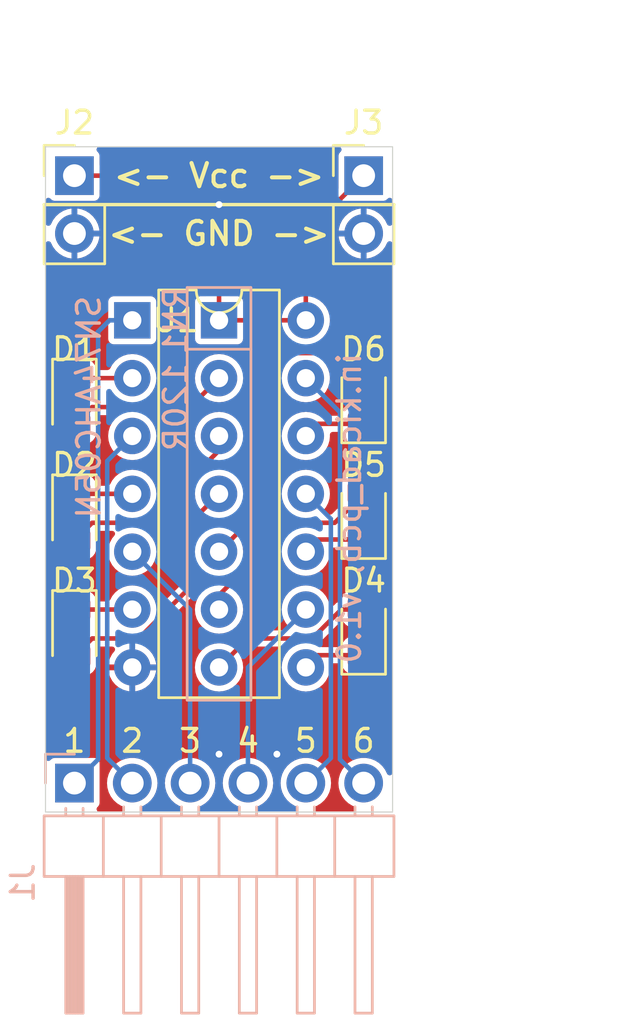
<source format=kicad_pcb>
(kicad_pcb (version 20240108) (generator "pcbnew") (generator_version "8.0")
  (title_block (title "Hex Inverter 6-LED Driver") (date "2024-05-27") (rev "v1.0"))
  (layers (0 "F.Cu" signal) (31 "B.Cu" signal) (34 "B.Paste" user) (35 "F.Paste" user) (36 "B.SilkS" user "B.Silkscreen") (37 "F.SilkS" user "F.Silkscreen") (38 "B.Mask" user) (39 "F.Mask" user) (44 "Edge.Cuts" user))
  (net 0 "")
  (net 1 "Net-(D1-A)")
  (net 2 "/LED1")
  (net 3 "Net-(D2-A)")
  (net 4 "/LED2")
  (net 5 "/LED3")
  (net 6 "Net-(D3-A)")
  (net 7 "/LED4")
  (net 8 "Net-(D4-A)")
  (net 9 "/LED5")
  (net 10 "Net-(D5-A)")
  (net 11 "/LED6")
  (net 12 "Net-(D6-A)")
  (net 13 "+3.3V")
  (net 14 "/IN1")
  (net 15 "/IN6")
  (net 16 "/IN4")
  (net 17 "/IN5")
  (net 18 "/IN3")
  (net 19 "GND")
  (net 20 "/IN2")
  (footprint "LED_SMD:LED_0805_2012Metric_Pad1.15x1.40mm_HandSolder" (layer "F.Cu") (at 139.7 112.74 90)
    (property "Reference" "D5" (at 2.25 0 0) (layer "F.SilkS"))
    (property "Value" "LED")
    (fp_line (start 1 -0.96) (end -1.86 -0.96) (stroke (width 0.12)) (layer "F.SilkS"))
    (fp_line (start -1.86 -0.96) (end -1.86 0.96) (stroke (width 0.12)) (layer "F.SilkS"))
    (fp_line (start -1.86 0.96) (end 1 0.96) (stroke (width 0.12)) (layer "F.SilkS"))
    (pad "1" smd roundrect (at -1.025 0 90) (size 1.15 1.4) (layers "F.Cu" "F.Paste" "F.Mask") (roundrect_rratio 0.217391) (net 9 "/LED5"))
    (pad "2" smd roundrect (at 1.025 0 90) (size 1.15 1.4) (layers "F.Cu" "F.Paste" "F.Mask") (roundrect_rratio 0.217391) (net 10 "Net-(D5-A)"))
  )
  (footprint "LED_SMD:LED_0805_2012Metric_Pad1.15x1.40mm_HandSolder" (layer "F.Cu") (at 127 107.705 -90)
    (property "Reference" "D1" (at -2.295001 -0.000001 0) (layer "F.SilkS"))
    (property "Value" "LED")
    (fp_line (start -1.86 0.96) (end 1 0.96) (stroke (width 0.12)) (layer "F.SilkS"))
    (fp_line (start -1.86 -0.96) (end -1.86 0.96) (stroke (width 0.12)) (layer "F.SilkS"))
    (fp_line (start 1 -0.96) (end -1.86 -0.96) (stroke (width 0.12)) (layer "F.SilkS"))
    (pad "1" smd roundrect (at -1.025 0 270) (size 1.15 1.4) (layers "F.Cu" "F.Paste" "F.Mask") (roundrect_rratio 0.217391) (net 2 "/LED1"))
    (pad "2" smd roundrect (at 1.025 0 270) (size 1.15 1.4) (layers "F.Cu" "F.Paste" "F.Mask") (roundrect_rratio 0.217391) (net 1 "Net-(D1-A)"))
  )
  (footprint "LED_SMD:LED_0805_2012Metric_Pad1.15x1.40mm_HandSolder" (layer "F.Cu") (at 139.7 117.82 90)
    (property "Reference" "D4" (at 2.25 0 0) (layer "F.SilkS"))
    (property "Value" "LED")
    (fp_line (start 1 -0.96) (end -1.86 -0.96) (stroke (width 0.12)) (layer "F.SilkS"))
    (fp_line (start -1.86 -0.96) (end -1.86 0.96) (stroke (width 0.12)) (layer "F.SilkS"))
    (fp_line (start -1.86 0.96) (end 1 0.96) (stroke (width 0.12)) (layer "F.SilkS"))
    (pad "1" smd roundrect (at -1.025 0 90) (size 1.15 1.4) (layers "F.Cu" "F.Paste" "F.Mask") (roundrect_rratio 0.217391) (net 7 "/LED4"))
    (pad "2" smd roundrect (at 1.025 0 90) (size 1.15 1.4) (layers "F.Cu" "F.Paste" "F.Mask") (roundrect_rratio 0.217391) (net 8 "Net-(D4-A)"))
  )
  (footprint "LED_SMD:LED_0805_2012Metric_Pad1.15x1.40mm_HandSolder" (layer "F.Cu") (at 127 112.785 -90)
    (property "Reference" "D2" (at -2.295001 -0.000001 180) (layer "F.SilkS"))
    (property "Value" "LED")
    (fp_line (start -1.86 0.96) (end 1 0.96) (stroke (width 0.12)) (layer "F.SilkS"))
    (fp_line (start -1.86 -0.96) (end -1.86 0.96) (stroke (width 0.12)) (layer "F.SilkS"))
    (fp_line (start 1 -0.96) (end -1.86 -0.96) (stroke (width 0.12)) (layer "F.SilkS"))
    (pad "1" smd roundrect (at -1.025 0 270) (size 1.15 1.4) (layers "F.Cu" "F.Paste" "F.Mask") (roundrect_rratio 0.217391) (net 4 "/LED2"))
    (pad "2" smd roundrect (at 1.025 0 270) (size 1.15 1.4) (layers "F.Cu" "F.Paste" "F.Mask") (roundrect_rratio 0.217391) (net 3 "Net-(D2-A)"))
  )
  (footprint "LED_SMD:LED_0805_2012Metric_Pad1.15x1.40mm_HandSolder" (layer "F.Cu") (at 127 117.865 -90)
    (property "Reference" "D3" (at -2.295001 -0.000001 180) (layer "F.SilkS"))
    (property "Value" "LED")
    (fp_line (start -1.86 0.96) (end 1 0.96) (stroke (width 0.12)) (layer "F.SilkS"))
    (fp_line (start -1.86 -0.96) (end -1.86 0.96) (stroke (width 0.12)) (layer "F.SilkS"))
    (fp_line (start 1 -0.96) (end -1.86 -0.96) (stroke (width 0.12)) (layer "F.SilkS"))
    (pad "1" smd roundrect (at -1.025 0 270) (size 1.15 1.4) (layers "F.Cu" "F.Paste" "F.Mask") (roundrect_rratio 0.217391) (net 5 "/LED3"))
    (pad "2" smd roundrect (at 1.025 0 270) (size 1.15 1.4) (layers "F.Cu" "F.Paste" "F.Mask") (roundrect_rratio 0.217391) (net 6 "Net-(D3-A)"))
  )
  (footprint "Package_DIP:DIP-14_W7.62mm" (layer "F.Cu") (at 129.54 104.14)
    (property "Reference" "U1" (at 1.905 0 0) (layer "F.SilkS"))
    (property "Value" "SN74AHC05N" (at -1.905 3.81 90) (layer "B.SilkS") (effects (justify mirror)))
    (fp_line (start 1.16 -1.33) (end 1.16 16.57) (stroke (width 0.12)) (layer "F.SilkS"))
    (fp_line (start 1.16 16.57) (end 6.46 16.57) (stroke (width 0.12)) (layer "F.SilkS"))
    (fp_line (start 2.81 -1.33) (end 1.16 -1.33) (stroke (width 0.12)) (layer "F.SilkS"))
    (fp_line (start 6.46 -1.33) (end 4.81 -1.33) (stroke (width 0.12)) (layer "F.SilkS"))
    (fp_line (start 6.46 16.57) (end 6.46 -1.33) (stroke (width 0.12)) (layer "F.SilkS"))
    (fp_arc (start 4.81 -1.33) (mid 3.81 -0.33) (end 2.81 -1.33) (stroke (width 0.12)) (layer "F.SilkS"))
    (pad "1" thru_hole rect (at 0 0) (size 1.6 1.6) (drill 0.8) (layers "*.Cu" "*.Mask") (net 14 "/IN1"))
    (pad "2" thru_hole oval (at 0 2.54) (size 1.6 1.6) (drill 0.8) (layers "*.Cu" "*.Mask") (net 2 "/LED1"))
    (pad "3" thru_hole oval (at 0 5.08) (size 1.6 1.6) (drill 0.8) (layers "*.Cu" "*.Mask") (net 20 "/IN2"))
    (pad "4" thru_hole oval (at 0 7.62) (size 1.6 1.6) (drill 0.8) (layers "*.Cu" "*.Mask") (net 4 "/LED2"))
    (pad "5" thru_hole oval (at 0 10.16) (size 1.6 1.6) (drill 0.8) (layers "*.Cu" "*.Mask") (net 18 "/IN3"))
    (pad "6" thru_hole oval (at 0 12.7) (size 1.6 1.6) (drill 0.8) (layers "*.Cu" "*.Mask") (net 5 "/LED3"))
    (pad "7" thru_hole oval (at 0 15.24) (size 1.6 1.6) (drill 0.8) (layers "*.Cu" "*.Mask") (net 19 "GND"))
    (pad "8" thru_hole oval (at 7.62 15.24) (size 1.6 1.6) (drill 0.8) (layers "*.Cu" "*.Mask") (net 7 "/LED4"))
    (pad "9" thru_hole oval (at 7.62 12.7) (size 1.6 1.6) (drill 0.8) (layers "*.Cu" "*.Mask") (net 16 "/IN4"))
    (pad "10" thru_hole oval (at 7.62 10.16) (size 1.6 1.6) (drill 0.8) (layers "*.Cu" "*.Mask") (net 9 "/LED5"))
    (pad "11" thru_hole oval (at 7.62 7.62) (size 1.6 1.6) (drill 0.8) (layers "*.Cu" "*.Mask") (net 17 "/IN5"))
    (pad "12" thru_hole oval (at 7.62 5.08) (size 1.6 1.6) (drill 0.8) (layers "*.Cu" "*.Mask") (net 11 "/LED6"))
    (pad "13" thru_hole oval (at 7.62 2.54) (size 1.6 1.6) (drill 0.8) (layers "*.Cu" "*.Mask") (net 15 "/IN6"))
    (pad "14" thru_hole oval (at 7.62 0) (size 1.6 1.6) (drill 0.8) (layers "*.Cu" "*.Mask") (net 13 "+3.3V"))
  )
  (footprint "Connector_PinHeader_2.54mm:PinHeader_1x02_P2.54mm_Vertical" (layer "F.Cu") (at 127 97.79)
    (property "Reference" "J2" (at 0 -2.33 0) (layer "F.SilkS"))
    (property "Value" "PwrGndL")
    (fp_line (start -1.33 -1.33) (end 0 -1.33) (stroke (width 0.12)) (layer "F.SilkS"))
    (fp_line (start -1.33 0) (end -1.33 -1.33) (stroke (width 0.12)) (layer "F.SilkS"))
    (fp_line (start -1.33 1.27) (end -1.33 3.87) (stroke (width 0.12)) (layer "F.SilkS"))
    (fp_line (start -1.33 1.27) (end 1.33 1.27) (stroke (width 0.12)) (layer "F.SilkS"))
    (fp_line (start -1.33 3.87) (end 1.33 3.87) (stroke (width 0.12)) (layer "F.SilkS"))
    (fp_line (start 1.33 1.27) (end 1.33 3.87) (stroke (width 0.12)) (layer "F.SilkS"))
    (pad "1" thru_hole rect (at 0 0) (size 1.7 1.7) (drill 1) (layers "*.Cu" "*.Mask") (net 13 "+3.3V"))
    (pad "2" thru_hole oval (at 0 2.54) (size 1.7 1.7) (drill 1) (layers "*.Cu" "*.Mask") (net 19 "GND"))
  )
  (footprint "LED_SMD:LED_0805_2012Metric_Pad1.15x1.40mm_HandSolder" (layer "F.Cu") (at 139.7 107.66 90)
    (property "Reference" "D6" (at 2.25 0 0) (layer "F.SilkS"))
    (property "Value" "LED")
    (fp_line (start 1 -0.96) (end -1.86 -0.96) (stroke (width 0.12)) (layer "F.SilkS"))
    (fp_line (start -1.86 -0.96) (end -1.86 0.96) (stroke (width 0.12)) (layer "F.SilkS"))
    (fp_line (start -1.86 0.96) (end 1 0.96) (stroke (width 0.12)) (layer "F.SilkS"))
    (pad "1" smd roundrect (at -1.025 0 90) (size 1.15 1.4) (layers "F.Cu" "F.Paste" "F.Mask") (roundrect_rratio 0.217391) (net 11 "/LED6"))
    (pad "2" smd roundrect (at 1.025 0 90) (size 1.15 1.4) (layers "F.Cu" "F.Paste" "F.Mask") (roundrect_rratio 0.217391) (net 12 "Net-(D6-A)"))
  )
  (footprint "Connector_PinHeader_2.54mm:PinHeader_1x02_P2.54mm_Vertical" (layer "F.Cu") (at 139.7 97.79)
    (property "Reference" "J3" (at 0 -2.33 0) (layer "F.SilkS"))
    (property "Value" "PwrGndR")
    (fp_line (start -1.33 -1.33) (end 0 -1.33) (stroke (width 0.12)) (layer "F.SilkS"))
    (fp_line (start -1.33 0) (end -1.33 -1.33) (stroke (width 0.12)) (layer "F.SilkS"))
    (fp_line (start -1.33 1.27) (end -1.33 3.87) (stroke (width 0.12)) (layer "F.SilkS"))
    (fp_line (start -1.33 1.27) (end 1.33 1.27) (stroke (width 0.12)) (layer "F.SilkS"))
    (fp_line (start -1.33 3.87) (end 1.33 3.87) (stroke (width 0.12)) (layer "F.SilkS"))
    (fp_line (start 1.33 1.27) (end 1.33 3.87) (stroke (width 0.12)) (layer "F.SilkS"))
    (pad "1" thru_hole rect (at 0 0) (size 1.7 1.7) (drill 1) (layers "*.Cu" "*.Mask") (net 13 "+3.3V"))
    (pad "2" thru_hole oval (at 0 2.54) (size 1.7 1.7) (drill 1) (layers "*.Cu" "*.Mask") (net 19 "GND"))
  )
  (footprint "Resistor_THT:R_Array_SIP7" (layer "B.Cu") (at 133.35 104.14 -90)
    (property "Reference" "RN1" (at 0 1.905 90) (layer "B.SilkS") (effects (justify mirror)))
    (property "Value" "120R" (at 3.81 1.905 90) (layer "B.SilkS") (effects (justify mirror)))
    (fp_line (start -1.44 1.4) (end 16.68 1.4) (stroke (width 0.12)) (layer "B.SilkS"))
    (fp_line (start 16.68 1.4) (end 16.68 -1.4) (stroke (width 0.12)) (layer "B.SilkS"))
    (fp_line (start -1.44 -1.4) (end -1.44 1.4) (stroke (width 0.12)) (layer "B.SilkS"))
    (fp_line (start 1.27 -1.4) (end 1.27 1.4) (stroke (width 0.12)) (layer "B.SilkS"))
    (fp_line (start 16.68 -1.4) (end -1.44 -1.4) (stroke (width 0.12)) (layer "B.SilkS"))
    (pad "1" thru_hole rect (at 0 0 270) (size 1.6 1.6) (drill 0.8) (layers "*.Cu" "*.Mask") (net 13 "+3.3V"))
    (pad "2" thru_hole oval (at 2.54 0 270) (size 1.6 1.6) (drill 0.8) (layers "*.Cu" "*.Mask") (net 1 "Net-(D1-A)"))
    (pad "3" thru_hole oval (at 5.08 0 270) (size 1.6 1.6) (drill 0.8) (layers "*.Cu" "*.Mask") (net 3 "Net-(D2-A)"))
    (pad "4" thru_hole oval (at 7.62 0 270) (size 1.6 1.6) (drill 0.8) (layers "*.Cu" "*.Mask") (net 6 "Net-(D3-A)"))
    (pad "5" thru_hole oval (at 10.16 0 270) (size 1.6 1.6) (drill 0.8) (layers "*.Cu" "*.Mask") (net 12 "Net-(D6-A)"))
    (pad "6" thru_hole oval (at 12.7 0 270) (size 1.6 1.6) (drill 0.8) (layers "*.Cu" "*.Mask") (net 10 "Net-(D5-A)"))
    (pad "7" thru_hole oval (at 15.24 0 270) (size 1.6 1.6) (drill 0.8) (layers "*.Cu" "*.Mask") (net 8 "Net-(D4-A)"))
  )
  (footprint "Connector_PinHeader_2.54mm:PinHeader_1x06_P2.54mm_Horizontal" (layer "B.Cu") (at 127 124.46 -90)
    (property "Reference" "J1" (at 4.385 2.27 90) (layer "B.SilkS") (effects (justify mirror)))
    (property "Value" "Conn_01x06")
    (fp_line (start 1.44 1.33) (end 4.1 1.33) (stroke (width 0.12)) (layer "B.SilkS"))
    (fp_line (start 4.1 1.33) (end 4.1 -14.03) (stroke (width 0.12)) (layer "B.SilkS"))
    (fp_line (start -1.27 1.27) (end -1.27 0) (stroke (width 0.12)) (layer "B.SilkS"))
    (fp_line (start 0 1.27) (end -1.27 1.27) (stroke (width 0.12)) (layer "B.SilkS"))
    (fp_line (start 1.44 0.38) (end 1.11 0.38) (stroke (width 0.12)) (layer "B.SilkS"))
    (fp_line (start 10.1 0.38) (end 4.1 0.38) (stroke (width 0.12)) (layer "B.SilkS"))
    (fp_line (start 10.1 0.32) (end 4.1 0.32) (stroke (width 0.12)) (layer "B.SilkS"))
    (fp_line (start 10.1 0.2) (end 4.1 0.2) (stroke (width 0.12)) (layer "B.SilkS"))
    (fp_line (start 10.1 0.08) (end 4.1 0.08) (stroke (width 0.12)) (layer "B.SilkS"))
    (fp_line (start 10.1 -0.04) (end 4.1 -0.04) (stroke (width 0.12)) (layer "B.SilkS"))
    (fp_line (start 10.1 -0.16) (end 4.1 -0.16) (stroke (width 0.12)) (layer "B.SilkS"))
    (fp_line (start 10.1 -0.28) (end 4.1 -0.28) (stroke (width 0.12)) (layer "B.SilkS"))
    (fp_line (start 1.44 -0.38) (end 1.11 -0.38) (stroke (width 0.12)) (layer "B.SilkS"))
    (fp_line (start 4.1 -0.38) (end 10.1 -0.38) (stroke (width 0.12)) (layer "B.SilkS"))
    (fp_line (start 10.1 -0.38) (end 10.1 0.38) (stroke (width 0.12)) (layer "B.SilkS"))
    (fp_line (start 4.1 -1.27) (end 1.44 -1.27) (stroke (width 0.12)) (layer "B.SilkS"))
    (fp_line (start 1.44 -2.16) (end 1.042929 -2.16) (stroke (width 0.12)) (layer "B.SilkS"))
    (fp_line (start 10.1 -2.16) (end 4.1 -2.16) (stroke (width 0.12)) (layer "B.SilkS"))
    (fp_line (start 1.44 -2.92) (end 1.042929 -2.92) (stroke (width 0.12)) (layer "B.SilkS"))
    (fp_line (start 4.1 -2.92) (end 10.1 -2.92) (stroke (width 0.12)) (layer "B.SilkS"))
    (fp_line (start 10.1 -2.92) (end 10.1 -2.16) (stroke (width 0.12)) (layer "B.SilkS"))
    (fp_line (start 4.1 -3.81) (end 1.44 -3.81) (stroke (width 0.12)) (layer "B.SilkS"))
    (fp_line (start 1.44 -4.7) (end 1.042929 -4.7) (stroke (width 0.12)) (layer "B.SilkS"))
    (fp_line (start 10.1 -4.7) (end 4.1 -4.7) (stroke (width 0.12)) (layer "B.SilkS"))
    (fp_line (start 1.44 -5.46) (end 1.042929 -5.46) (stroke (width 0.12)) (layer "B.SilkS"))
    (fp_line (start 4.1 -5.46) (end 10.1 -5.46) (stroke (width 0.12)) (layer "B.SilkS"))
    (fp_line (start 10.1 -5.46) (end 10.1 -4.7) (stroke (width 0.12)) (layer "B.SilkS"))
    (fp_line (start 4.1 -6.35) (end 1.44 -6.35) (stroke (width 0.12)) (layer "B.SilkS"))
    (fp_line (start 1.44 -7.24) (end 1.042929 -7.24) (stroke (width 0.12)) (layer "B.SilkS"))
    (fp_line (start 10.1 -7.24) (end 4.1 -7.24) (stroke (width 0.12)) (layer "B.SilkS"))
    (fp_line (start 1.44 -8) (end 1.042929 -8) (stroke (width 0.12)) (layer "B.SilkS"))
    (fp_line (start 4.1 -8) (end 10.1 -8) (stroke (width 0.12)) (layer "B.SilkS"))
    (fp_line (start 10.1 -8) (end 10.1 -7.24) (stroke (width 0.12)) (layer "B.SilkS"))
    (fp_line (start 4.1 -8.89) (end 1.44 -8.89) (stroke (width 0.12)) (layer "B.SilkS"))
    (fp_line (start 1.44 -9.78) (end 1.042929 -9.78) (stroke (width 0.12)) (layer "B.SilkS"))
    (fp_line (start 10.1 -9.78) (end 4.1 -9.78) (stroke (width 0.12)) (layer "B.SilkS"))
    (fp_line (start 1.44 -10.54) (end 1.042929 -10.54) (stroke (width 0.12)) (layer "B.SilkS"))
    (fp_line (start 4.1 -10.54) (end 10.1 -10.54) (stroke (width 0.12)) (layer "B.SilkS"))
    (fp_line (start 10.1 -10.54) (end 10.1 -9.78) (stroke (width 0.12)) (layer "B.SilkS"))
    (fp_line (start 4.1 -11.43) (end 1.44 -11.43) (stroke (width 0.12)) (layer "B.SilkS"))
    (fp_line (start 1.44 -12.32) (end 1.042929 -12.32) (stroke (width 0.12)) (layer "B.SilkS"))
    (fp_line (start 10.1 -12.32) (end 4.1 -12.32) (stroke (width 0.12)) (layer "B.SilkS"))
    (fp_line (start 1.44 -13.08) (end 1.042929 -13.08) (stroke (width 0.12)) (layer "B.SilkS"))
    (fp_line (start 4.1 -13.08) (end 10.1 -13.08) (stroke (width 0.12)) (layer "B.SilkS"))
    (fp_line (start 10.1 -13.08) (end 10.1 -12.32) (stroke (width 0.12)) (layer "B.SilkS"))
    (fp_line (start 1.44 -14.03) (end 1.44 1.33) (stroke (width 0.12)) (layer "B.SilkS"))
    (fp_line (start 4.1 -14.03) (end 1.44 -14.03) (stroke (width 0.12)) (layer "B.SilkS"))
    (pad "1" thru_hole rect (at 0 0 270) (size 1.7 1.7) (drill 1) (layers "*.Cu" "*.Mask") (net 14 "/IN1"))
    (pad "2" thru_hole oval (at 0 -2.54 270) (size 1.7 1.7) (drill 1) (layers "*.Cu" "*.Mask") (net 20 "/IN2"))
    (pad "3" thru_hole oval (at 0 -5.08 270) (size 1.7 1.7) (drill 1) (layers "*.Cu" "*.Mask") (net 18 "/IN3"))
    (pad "4" thru_hole oval (at 0 -7.62 270) (size 1.7 1.7) (drill 1) (layers "*.Cu" "*.Mask") (net 16 "/IN4"))
    (pad "5" thru_hole oval (at 0 -10.16 270) (size 1.7 1.7) (drill 1) (layers "*.Cu" "*.Mask") (net 17 "/IN5"))
    (pad "6" thru_hole oval (at 0 -12.7 270) (size 1.7 1.7) (drill 1) (layers "*.Cu" "*.Mask") (net 15 "/IN6"))
  )
  (gr_line (start 125.67 99.06) (end 141.03 99.06) (stroke (width 0.15)) (layer "F.SilkS"))
  (gr_rect (start 125.73 96.52) (end 140.97 125.73) (stroke (width 0.05)) (fill none) (layer "Edge.Cuts"))
  (gr_text "${FILENAME}, ${REVISION}" (at 139.065 112.395 90) (layer "B.SilkS") (effects (font (size 1 1)) (justify mirror)))
  (gr_text "<- Vcc ->" (at 133.35 97.79 0) (layer "F.SilkS") (effects (font (size 1.016 1.016) (thickness 0.1778) (bold yes))))
  (gr_text "4" (at 134.62 123.19 0) (layer "F.SilkS") (effects (font (size 1 1)) (justify bottom)))
  (gr_text "2" (at 129.54 123.19 0) (layer "F.SilkS") (effects (font (size 1 1)) (justify bottom)))
  (gr_text "3" (at 132.08 123.19 0) (layer "F.SilkS") (effects (font (size 1 1)) (justify bottom)))
  (gr_text "6" (at 139.7 123.19 0) (layer "F.SilkS") (effects (font (size 1 1)) (justify bottom)))
  (gr_text "5" (at 137.16 123.19 0) (layer "F.SilkS") (effects (font (size 1 1)) (justify bottom)))
  (gr_text "<- GND ->" (at 133.35 100.33 0) (layer "F.SilkS") (effects (font (size 1.016 1.016) (thickness 0.1778) (bold yes))))
  (gr_text "1" (at 127 123.19 0) (layer "F.SilkS") (effects (font (size 1 1)) (justify bottom)))
  (segment (start 127 108.73) (end 127.78 107.95) (width 0.2) (layer "F.Cu") (net 1))
  (segment (start 132.08 107.95) (end 133.35 106.68) (width 0.2) (layer "F.Cu") (net 1))
  (segment (start 127.78 107.95) (end 132.08 107.95) (width 0.2) (layer "F.Cu") (net 1))
  (segment (start 127 106.68) (end 129.54 106.68) (width 0.2) (layer "F.Cu") (net 2))
  (segment (start 130.175 113.03) (end 133.35 109.855) (width 0.2) (layer "F.Cu") (net 3))
  (segment (start 133.35 109.855) (end 133.35 109.22) (width 0.2) (layer "F.Cu") (net 3))
  (segment (start 127.78 113.03) (end 130.175 113.03) (width 0.2) (layer "F.Cu") (net 3))
  (segment (start 127 113.81) (end 127.78 113.03) (width 0.2) (layer "F.Cu") (net 3))
  (segment (start 127 111.76) (end 129.54 111.76) (width 0.2) (layer "F.Cu") (net 4))
  (segment (start 127 116.84) (end 129.54 116.84) (width 0.2) (layer "F.Cu") (net 5))
  (segment (start 132.08 115.855635) (end 132.08 113.03) (width 0.2) (layer "F.Cu") (net 6))
  (segment (start 132.08 113.03) (end 133.35 111.76) (width 0.2) (layer "F.Cu") (net 6))
  (segment (start 129.825635 118.11) (end 132.08 115.855635) (width 0.2) (layer "F.Cu") (net 6))
  (segment (start 127.78 118.11) (end 129.825635 118.11) (width 0.2) (layer "F.Cu") (net 6))
  (segment (start 127 118.89) (end 127.78 118.11) (width 0.2) (layer "F.Cu") (net 6))
  (segment (start 139.7 118.845) (end 137.695 118.845) (width 0.2) (layer "F.Cu") (net 7))
  (segment (start 137.695 118.845) (end 137.16 119.38) (width 0.2) (layer "F.Cu") (net 7))
  (segment (start 139.7 116.795) (end 139.7 116.84) (width 0.2) (layer "F.Cu") (net 8))
  (segment (start 139.7 116.84) (end 138.715635 116.84) (width 0.2) (layer "F.Cu") (net 8))
  (segment (start 137.445635 118.11) (end 134.62 118.11) (width 0.2) (layer "F.Cu") (net 8))
  (segment (start 134.62 118.11) (end 133.35 119.38) (width 0.2) (layer "F.Cu") (net 8))
  (segment (start 138.715635 116.84) (end 137.445635 118.11) (width 0.2) (layer "F.Cu") (net 8))
  (segment (start 139.7 113.765) (end 137.695 113.765) (width 0.2) (layer "F.Cu") (net 9))
  (segment (start 137.695 113.765) (end 137.16 114.3) (width 0.2) (layer "F.Cu") (net 9))
  (segment (start 133.35 116.205) (end 136.525 113.03) (width 0.2) (layer "F.Cu") (net 10))
  (segment (start 136.525 113.03) (end 138.43 113.03) (width 0.2) (layer "F.Cu") (net 10))
  (segment (start 138.43 113.03) (end 139.7 111.76) (width 0.2) (layer "F.Cu") (net 10))
  (segment (start 133.35 116.84) (end 133.35 116.205) (width 0.2) (layer "F.Cu") (net 10))
  (segment (start 137.695 108.685) (end 137.16 109.22) (width 0.2) (layer "F.Cu") (net 11))
  (segment (start 139.7 108.685) (end 137.695 108.685) (width 0.2) (layer "F.Cu") (net 11))
  (segment (start 134.62 113.03) (end 134.62 106.045) (width 0.2) (layer "F.Cu") (net 12))
  (segment (start 133.35 114.3) (end 134.62 113.03) (width 0.2) (layer "F.Cu") (net 12))
  (segment (start 134.62 106.045) (end 135.085 105.58) (width 0.2) (layer "F.Cu") (net 12))
  (segment (start 138.6 105.58) (end 139.7 106.68) (width 0.2) (layer "F.Cu") (net 12))
  (segment (start 135.085 105.58) (end 138.6 105.58) (width 0.2) (layer "F.Cu") (net 12))
  (segment (start 133.35 102.87) (end 133.35 104.14) (width 0.2) (layer "F.Cu") (net 13))
  (segment (start 137.16 100.33) (end 137.16 104.14) (width 0.2) (layer "F.Cu") (net 13))
  (segment (start 137.16 100.33) (end 139.7 97.79) (width 0.2) (layer "F.Cu") (net 13))
  (segment (start 127 97.79) (end 128.27 97.79) (width 0.2) (layer "F.Cu") (net 13))
  (segment (start 133.35 104.14) (end 137.16 104.14) (width 0.2) (layer "F.Cu") (net 13))
  (segment (start 128.27 97.79) (end 133.35 102.87) (width 0.2) (layer "F.Cu") (net 13))
  (segment (start 128.54 104.14) (end 128.04 104.64) (width 0.2) (layer "B.Cu") (net 14))
  (segment (start 129.54 104.14) (end 128.54 104.14) (width 0.2) (layer "B.Cu") (net 14))
  (segment (start 128.54 104.14) (end 128.016 104.664) (width 0.2) (layer "B.Cu") (net 14))
  (segment (start 128.04 104.64) (end 128.04 123.42) (width 0.2) (layer "B.Cu") (net 14))
  (segment (start 128.04 123.42) (end 127 124.46) (width 0.2) (layer "B.Cu") (net 14))
  (segment (start 138.66 108.228) (end 138.66 123.42) (width 0.2) (layer "B.Cu") (net 15))
  (segment (start 137.16 106.68) (end 138.684 108.204) (width 0.2) (layer "B.Cu") (net 15))
  (segment (start 138.66 123.42) (end 139.7 124.46) (width 0.2) (layer "B.Cu") (net 15))
  (segment (start 138.684 108.204) (end 138.66 108.228) (width 0.2) (layer "B.Cu") (net 15))
  (segment (start 134.62 119.38) (end 134.62 124.46) (width 0.2) (layer "B.Cu") (net 16))
  (segment (start 137.16 116.84) (end 134.62 119.38) (width 0.2) (layer "B.Cu") (net 16))
  (segment (start 138.26 112.86) (end 138.26 123.36) (width 0.2) (layer "B.Cu") (net 17))
  (segment (start 138.26 123.36) (end 137.16 124.46) (width 0.2) (layer "B.Cu") (net 17))
  (segment (start 137.16 111.76) (end 138.26 112.86) (width 0.2) (layer "B.Cu") (net 17))
  (segment (start 132.08 118.11) (end 132.08 124.46) (width 0.2) (layer "B.Cu") (net 18))
  (segment (start 132.08 116.84) (end 132.08 118.11) (width 0.2) (layer "B.Cu") (net 18))
  (segment (start 129.54 114.3) (end 132.08 116.84) (width 0.2) (layer "B.Cu") (net 18))
  (via (at 133.35 99.06) (size 0.6) (drill 0.3) (layers "F.Cu" "B.Cu") (net 19))
  (via (at 135.89 123.19) (size 0.6) (drill 0.3) (layers "F.Cu" "B.Cu") (net 19))
  (via (at 133.35 123.19) (size 0.6) (drill 0.3) (layers "F.Cu" "B.Cu") (net 19))
  (segment (start 129.54 109.22) (end 128.44 110.32) (width 0.2) (layer "B.Cu") (net 20))
  (segment (start 128.44 110.32) (end 128.44 123.36) (width 0.2) (layer "B.Cu") (net 20))
  (segment (start 128.44 123.36) (end 129.54 124.46) (width 0.2) (layer "B.Cu") (net 20))
  (zone (net 19) (net_name "GND") (layers "F&B.Cu") (name "GND") (connect_pads (clearance 0.254)) (min_thickness 0.254) (fill yes (thermal_gap 0.254) (thermal_bridge_width 0.254))
    (polygon (pts (xy 125.73 96.52) (xy 140.97 96.52) (xy 140.97 125.73) (xy 125.73 125.73)))
  )
)
</source>
